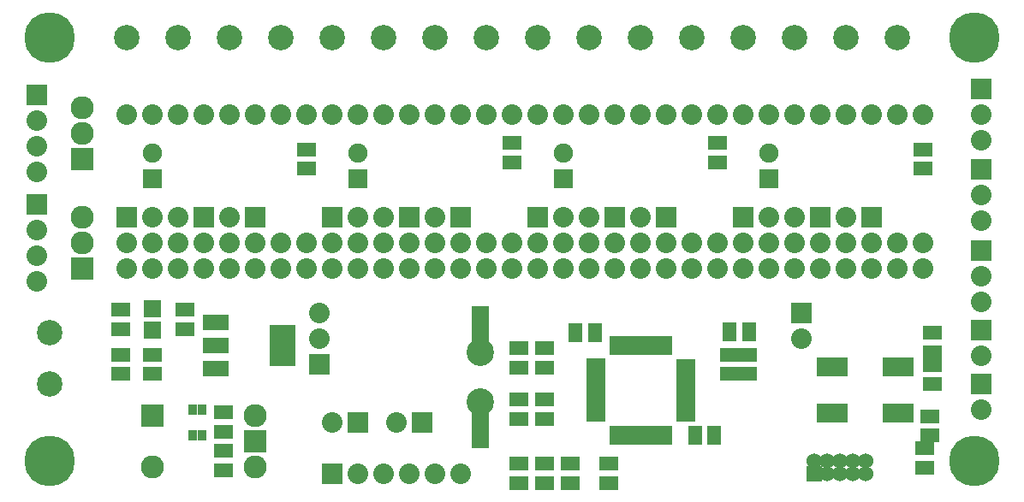
<source format=gts>
G04 (created by PCBNEW-RS274X (2012-01-19 BZR 3256)-stable) date 29/09/2012 11:03:43*
G01*
G70*
G90*
%MOIN*%
G04 Gerber Fmt 3.4, Leading zero omitted, Abs format*
%FSLAX34Y34*%
G04 APERTURE LIST*
%ADD10C,0.006000*%
%ADD11C,0.090000*%
%ADD12R,0.090000X0.090000*%
%ADD13R,0.100000X0.164000*%
%ADD14R,0.100000X0.060000*%
%ADD15R,0.075000X0.055000*%
%ADD16R,0.080000X0.080000*%
%ADD17C,0.080000*%
%ADD18R,0.075000X0.030500*%
%ADD19R,0.030500X0.075000*%
%ADD20R,0.118400X0.075000*%
%ADD21R,0.055000X0.075000*%
%ADD22R,0.060000X0.060000*%
%ADD23C,0.060000*%
%ADD24C,0.106600*%
%ADD25R,0.067200X0.197200*%
%ADD26C,0.098700*%
%ADD27R,0.067200X0.067200*%
%ADD28C,0.197200*%
%ADD29R,0.035700X0.043600*%
%ADD30R,0.075000X0.075000*%
%ADD31C,0.075000*%
G04 APERTURE END LIST*
G54D10*
G54D11*
X02750Y14250D03*
X02750Y15250D03*
G54D12*
X02750Y13250D03*
G54D11*
X02750Y10000D03*
X02750Y11000D03*
G54D12*
X02750Y09000D03*
G54D13*
X10550Y06000D03*
G54D14*
X07950Y06000D03*
X07950Y05100D03*
X07950Y06900D03*
G54D15*
X04250Y07375D03*
X04250Y06625D03*
X35500Y12875D03*
X35500Y13625D03*
X35750Y03225D03*
X35750Y02475D03*
X35850Y06475D03*
X35850Y05725D03*
X19500Y13125D03*
X19500Y13875D03*
X11500Y12875D03*
X11500Y13625D03*
X19750Y05875D03*
X19750Y05125D03*
X04250Y05625D03*
X04250Y04875D03*
X05500Y04875D03*
X05500Y05625D03*
X27500Y13125D03*
X27500Y13875D03*
X08250Y01125D03*
X08250Y01875D03*
X08250Y03375D03*
X08250Y02625D03*
X19750Y03125D03*
X19750Y03875D03*
G54D16*
X04500Y11000D03*
G54D17*
X05500Y11000D03*
G54D16*
X07500Y11000D03*
G54D17*
X06500Y11000D03*
G54D16*
X09500Y11000D03*
G54D17*
X08500Y11000D03*
G54D16*
X12500Y11000D03*
G54D17*
X13500Y11000D03*
G54D16*
X15500Y11000D03*
G54D17*
X14500Y11000D03*
G54D16*
X17500Y11000D03*
G54D17*
X16500Y11000D03*
G54D16*
X20500Y11000D03*
G54D17*
X21500Y11000D03*
G54D16*
X23500Y11000D03*
G54D17*
X22500Y11000D03*
G54D16*
X25500Y11000D03*
G54D17*
X24500Y11000D03*
G54D16*
X28500Y11000D03*
G54D17*
X29500Y11000D03*
G54D16*
X33500Y11000D03*
G54D17*
X32500Y11000D03*
G54D16*
X31500Y11000D03*
G54D17*
X30500Y11000D03*
G54D16*
X12500Y01000D03*
G54D17*
X13500Y01000D03*
X14500Y01000D03*
X15500Y01000D03*
X16500Y01000D03*
X17500Y01000D03*
G54D11*
X09500Y03250D03*
G54D12*
X09500Y02250D03*
G54D11*
X09500Y01250D03*
G54D18*
X22750Y05334D03*
G54D19*
X23416Y02500D03*
G54D18*
X26250Y03166D03*
G54D19*
X25584Y06000D03*
G54D18*
X22750Y05137D03*
G54D19*
X23613Y02500D03*
G54D18*
X26250Y03363D03*
G54D19*
X25387Y06000D03*
G54D18*
X22750Y04940D03*
G54D19*
X23810Y02500D03*
G54D18*
X26250Y03560D03*
G54D19*
X25190Y06000D03*
G54D18*
X22750Y04743D03*
G54D19*
X24007Y02500D03*
G54D18*
X26250Y03757D03*
G54D19*
X24993Y06000D03*
G54D18*
X22750Y04546D03*
G54D19*
X24204Y02500D03*
G54D18*
X26250Y03954D03*
G54D19*
X24796Y06000D03*
G54D18*
X22750Y04349D03*
G54D19*
X24401Y02500D03*
G54D18*
X26250Y04151D03*
G54D19*
X24599Y06000D03*
G54D18*
X22750Y04152D03*
G54D19*
X24598Y02500D03*
G54D18*
X26250Y04348D03*
G54D19*
X24402Y06000D03*
G54D18*
X22750Y03955D03*
G54D19*
X24795Y02500D03*
G54D18*
X26250Y04545D03*
G54D19*
X24205Y06000D03*
G54D18*
X22750Y03758D03*
G54D19*
X24992Y02500D03*
G54D18*
X26250Y04742D03*
G54D19*
X24008Y06000D03*
G54D18*
X22750Y03561D03*
G54D19*
X25189Y02500D03*
G54D18*
X26250Y04939D03*
G54D19*
X23811Y06000D03*
G54D18*
X22750Y03364D03*
G54D19*
X25386Y02500D03*
G54D18*
X26250Y05136D03*
G54D19*
X23614Y06000D03*
G54D18*
X22750Y03167D03*
G54D19*
X25583Y02500D03*
G54D18*
X26250Y05333D03*
G54D19*
X23417Y06000D03*
G54D20*
X34529Y05136D03*
X34529Y03364D03*
X31970Y05136D03*
X31970Y03364D03*
G54D15*
X27950Y05625D03*
X27950Y04875D03*
G54D21*
X26625Y02500D03*
X27375Y02500D03*
G54D15*
X20750Y05875D03*
X20750Y05125D03*
X28650Y05625D03*
X28650Y04875D03*
X20750Y03125D03*
X20750Y03875D03*
G54D21*
X22725Y06500D03*
X21975Y06500D03*
G54D15*
X19750Y00625D03*
X19750Y01375D03*
G54D21*
X27965Y06520D03*
X28715Y06520D03*
G54D15*
X20750Y00625D03*
X20750Y01375D03*
X21750Y01375D03*
X21750Y00625D03*
G54D22*
X31250Y01000D03*
G54D23*
X31250Y01500D03*
X31750Y01000D03*
X31750Y01500D03*
X32250Y01000D03*
X32250Y01500D03*
X32750Y01000D03*
X32750Y01500D03*
X33250Y01000D03*
X33250Y01500D03*
G54D16*
X30750Y07250D03*
G54D17*
X30750Y06250D03*
G54D15*
X35850Y05225D03*
X35850Y04475D03*
X35550Y01975D03*
X35550Y01225D03*
G54D12*
X05500Y03250D03*
G54D11*
X05500Y01250D03*
G54D24*
X18250Y05715D03*
G54D25*
X18250Y02939D03*
X18250Y06561D03*
G54D24*
X18250Y03785D03*
G54D26*
X08500Y18000D03*
X10500Y18000D03*
X06500Y18000D03*
X04500Y18000D03*
X16500Y18000D03*
X18500Y18000D03*
X14500Y18000D03*
X12500Y18000D03*
X32500Y18000D03*
X34500Y18000D03*
X30500Y18000D03*
X28500Y18000D03*
X24500Y18000D03*
X26500Y18000D03*
X22500Y18000D03*
X20500Y18000D03*
X01500Y04500D03*
X01500Y06500D03*
G54D15*
X06750Y06625D03*
X06750Y07375D03*
G54D27*
X05500Y06587D03*
X05500Y07413D03*
G54D16*
X12000Y05250D03*
G54D17*
X12000Y06250D03*
X12000Y07250D03*
G54D16*
X01000Y15750D03*
G54D17*
X01000Y14750D03*
X01000Y13750D03*
X01000Y12750D03*
G54D16*
X01000Y11500D03*
G54D17*
X01000Y10500D03*
X01000Y09500D03*
X01000Y08500D03*
G54D16*
X37750Y09700D03*
G54D17*
X37750Y08700D03*
X37750Y07700D03*
G54D16*
X37750Y12850D03*
G54D17*
X37750Y11850D03*
X37750Y10850D03*
G54D16*
X37750Y16000D03*
G54D17*
X37750Y15000D03*
X37750Y14000D03*
G54D16*
X37750Y06600D03*
G54D17*
X37750Y05600D03*
G54D16*
X37750Y04500D03*
G54D17*
X37750Y03500D03*
G54D16*
X13500Y03000D03*
G54D17*
X12500Y03000D03*
G54D16*
X16000Y03000D03*
G54D17*
X15000Y03000D03*
G54D28*
X37500Y01500D03*
X37500Y18000D03*
X01500Y18000D03*
X01500Y01500D03*
G54D17*
X35500Y09000D03*
X34500Y09000D03*
X33500Y09000D03*
X32500Y09000D03*
X31500Y09000D03*
X30500Y09000D03*
X29500Y09000D03*
X28500Y09000D03*
X28500Y15000D03*
X29500Y15000D03*
X30500Y15000D03*
X31500Y15000D03*
X32500Y15000D03*
X33500Y15000D03*
X34500Y15000D03*
X35500Y15000D03*
X28500Y10000D03*
X29500Y10000D03*
X30500Y10000D03*
X31500Y10000D03*
X32500Y10000D03*
X33500Y10000D03*
X34500Y10000D03*
X35500Y10000D03*
X27500Y09000D03*
X26500Y09000D03*
X25500Y09000D03*
X24500Y09000D03*
X23500Y09000D03*
X22500Y09000D03*
X21500Y09000D03*
X20500Y09000D03*
X20500Y15000D03*
X21500Y15000D03*
X22500Y15000D03*
X23500Y15000D03*
X24500Y15000D03*
X25500Y15000D03*
X26500Y15000D03*
X27500Y15000D03*
X20500Y10000D03*
X21500Y10000D03*
X22500Y10000D03*
X23500Y10000D03*
X24500Y10000D03*
X25500Y10000D03*
X26500Y10000D03*
X27500Y10000D03*
X19500Y09000D03*
X18500Y09000D03*
X17500Y09000D03*
X16500Y09000D03*
X15500Y09000D03*
X14500Y09000D03*
X13500Y09000D03*
X12500Y09000D03*
X12500Y15000D03*
X13500Y15000D03*
X14500Y15000D03*
X15500Y15000D03*
X16500Y15000D03*
X17500Y15000D03*
X18500Y15000D03*
X19500Y15000D03*
X12500Y10000D03*
X13500Y10000D03*
X14500Y10000D03*
X15500Y10000D03*
X16500Y10000D03*
X17500Y10000D03*
X18500Y10000D03*
X19500Y10000D03*
X11500Y09000D03*
X10500Y09000D03*
X09500Y09000D03*
X08500Y09000D03*
X07500Y09000D03*
X06500Y09000D03*
X05500Y09000D03*
X04500Y09000D03*
X04500Y15000D03*
X05500Y15000D03*
X06500Y15000D03*
X07500Y15000D03*
X08500Y15000D03*
X09500Y15000D03*
X10500Y15000D03*
X11500Y15000D03*
X04500Y10000D03*
X05500Y10000D03*
X06500Y10000D03*
X07500Y10000D03*
X08500Y10000D03*
X09500Y10000D03*
X10500Y10000D03*
X11500Y10000D03*
G54D29*
X07073Y03500D03*
X07427Y03500D03*
X07073Y02500D03*
X07427Y02500D03*
G54D15*
X23250Y01375D03*
X23250Y00625D03*
G54D30*
X05500Y12500D03*
G54D31*
X05500Y13500D03*
G54D30*
X13500Y12500D03*
G54D31*
X13500Y13500D03*
G54D30*
X21500Y12500D03*
G54D31*
X21500Y13500D03*
G54D30*
X29500Y12500D03*
G54D31*
X29500Y13500D03*
M02*

</source>
